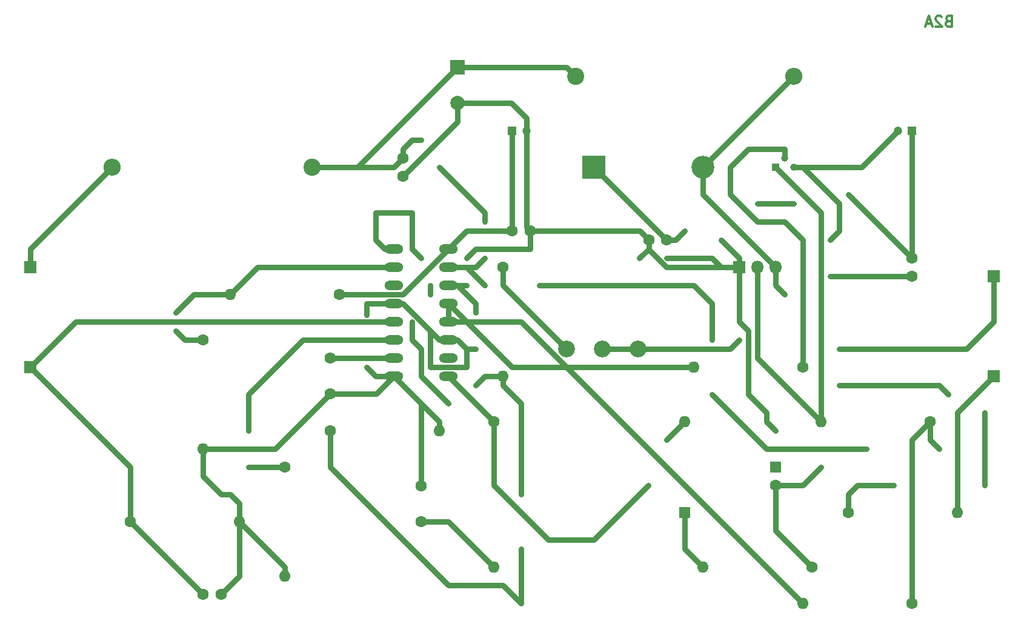
<source format=gbr>
G04 #@! TF.FileFunction,Copper,L2,Bot,Signal*
%FSLAX46Y46*%
G04 Gerber Fmt 4.6, Leading zero omitted, Abs format (unit mm)*
G04 Created by KiCad (PCBNEW 4.0.7) date 10/05/18 10:25:31*
%MOMM*%
%LPD*%
G01*
G04 APERTURE LIST*
%ADD10C,0.100000*%
%ADD11C,0.300000*%
%ADD12R,2.000000X2.000000*%
%ADD13C,2.000000*%
%ADD14C,1.600000*%
%ADD15R,1.200000X1.200000*%
%ADD16C,1.200000*%
%ADD17R,1.600000X1.600000*%
%ADD18R,1.700000X1.700000*%
%ADD19C,2.400000*%
%ADD20O,2.400000X2.400000*%
%ADD21O,2.641600X1.320800*%
%ADD22O,1.600000X1.600000*%
%ADD23C,2.340000*%
%ADD24R,3.200000X3.200000*%
%ADD25O,3.200000X3.200000*%
%ADD26C,1.000000*%
%ADD27R,1.000000X1.000000*%
%ADD28R,1.800000X1.800000*%
%ADD29O,1.800000X1.800000*%
%ADD30C,0.600000*%
%ADD31C,0.750000*%
G04 APERTURE END LIST*
D10*
D11*
X198099999Y-41802857D02*
X197885713Y-41874286D01*
X197814285Y-41945714D01*
X197742856Y-42088571D01*
X197742856Y-42302857D01*
X197814285Y-42445714D01*
X197885713Y-42517143D01*
X198028571Y-42588571D01*
X198599999Y-42588571D01*
X198599999Y-41088571D01*
X198099999Y-41088571D01*
X197957142Y-41160000D01*
X197885713Y-41231429D01*
X197814285Y-41374286D01*
X197814285Y-41517143D01*
X197885713Y-41660000D01*
X197957142Y-41731429D01*
X198099999Y-41802857D01*
X198599999Y-41802857D01*
X197171428Y-41231429D02*
X197099999Y-41160000D01*
X196957142Y-41088571D01*
X196599999Y-41088571D01*
X196457142Y-41160000D01*
X196385713Y-41231429D01*
X196314285Y-41374286D01*
X196314285Y-41517143D01*
X196385713Y-41731429D01*
X197242856Y-42588571D01*
X196314285Y-42588571D01*
X195742857Y-42160000D02*
X195028571Y-42160000D01*
X195885714Y-42588571D02*
X195385714Y-41088571D01*
X194885714Y-42588571D01*
D12*
X129540000Y-48260000D03*
D13*
X129540000Y-53260000D03*
D14*
X121920000Y-60960000D03*
X121920000Y-63460000D03*
D15*
X137160000Y-57150000D03*
D16*
X139160000Y-57150000D03*
D14*
X137160000Y-71120000D03*
X139660000Y-71120000D03*
X93980000Y-121920000D03*
X96480000Y-121920000D03*
X111760000Y-88900000D03*
X111760000Y-93900000D03*
X124460000Y-111760000D03*
X124460000Y-106760000D03*
D17*
X173990000Y-104140000D03*
D14*
X173990000Y-106640000D03*
X193040000Y-77470000D03*
X193040000Y-74970000D03*
D15*
X193040000Y-57150000D03*
D16*
X191040000Y-57150000D03*
D14*
X158750000Y-72390000D03*
X156250000Y-72390000D03*
D18*
X69850000Y-76200000D03*
X69850000Y-90170000D03*
D19*
X146050000Y-49530000D03*
D20*
X176530000Y-49530000D03*
D18*
X204470000Y-77470000D03*
X204470000Y-91440000D03*
D19*
X109220000Y-62230000D03*
D20*
X81280000Y-62230000D03*
D21*
X120650000Y-73660000D03*
X120650000Y-76200000D03*
X120650000Y-88900000D03*
X120650000Y-91440000D03*
X120650000Y-78740000D03*
X120650000Y-81280000D03*
X120650000Y-86360000D03*
X120650000Y-83820000D03*
X128270000Y-91440000D03*
X128270000Y-88900000D03*
X128270000Y-86360000D03*
X128270000Y-83820000D03*
X128270000Y-81280000D03*
X128270000Y-78740000D03*
X128270000Y-76200000D03*
X128270000Y-73660000D03*
D14*
X113030000Y-80010000D03*
D22*
X97790000Y-80010000D03*
D14*
X93980000Y-86360000D03*
D22*
X93980000Y-101600000D03*
D14*
X111760000Y-99060000D03*
D22*
X127000000Y-99060000D03*
D23*
X154780000Y-87630000D03*
X149780000Y-87630000D03*
X144780000Y-87630000D03*
D14*
X135890000Y-76200000D03*
D22*
X135890000Y-91440000D03*
D14*
X83820000Y-111760000D03*
D22*
X99060000Y-111760000D03*
D14*
X105410000Y-104140000D03*
D22*
X105410000Y-119380000D03*
D14*
X134620000Y-97790000D03*
D22*
X134620000Y-118110000D03*
D14*
X179070000Y-118110000D03*
D22*
X163830000Y-118110000D03*
D14*
X193040000Y-123190000D03*
D22*
X177800000Y-123190000D03*
D14*
X177800000Y-90170000D03*
D22*
X162560000Y-90170000D03*
D14*
X184150000Y-110490000D03*
D22*
X199390000Y-110490000D03*
D14*
X195580000Y-97790000D03*
D22*
X180340000Y-97790000D03*
D17*
X161290000Y-110490000D03*
D22*
X161290000Y-97790000D03*
D24*
X148590000Y-62230000D03*
D25*
X163830000Y-62230000D03*
D26*
X175260000Y-60960000D03*
X176530000Y-62230000D03*
D27*
X173990000Y-62230000D03*
D28*
X168910000Y-76200000D03*
D29*
X171450000Y-76200000D03*
X173990000Y-76200000D03*
D30*
X133350000Y-74930000D03*
X133350000Y-69850000D03*
X127000000Y-62230000D03*
X124460000Y-58420000D03*
X133350000Y-78740000D03*
X140970000Y-78740000D03*
X165100000Y-86360000D03*
X165100000Y-93980000D03*
X186690000Y-101600000D03*
X196850000Y-101600000D03*
X116840000Y-90170000D03*
X116840000Y-82869998D03*
X132080000Y-87630000D03*
X132080000Y-82550000D03*
X180340000Y-104140000D03*
X173990000Y-99060000D03*
X154940000Y-74930000D03*
X158750000Y-74930000D03*
X130810000Y-78740000D03*
X130810000Y-74930000D03*
X166370000Y-72390000D03*
X181610000Y-72390000D03*
X175260000Y-80010000D03*
X181610000Y-77470000D03*
X161290000Y-71120000D03*
X171450000Y-67310000D03*
X176530000Y-67310000D03*
X184150000Y-66040000D03*
X168910000Y-86360000D03*
X182880000Y-87630000D03*
X124460000Y-74930000D03*
X125730000Y-78740000D03*
X125730000Y-80010000D03*
X123190000Y-83820000D03*
X128270000Y-95250000D03*
X132080000Y-92710000D03*
X138430000Y-115570000D03*
X138430000Y-107950000D03*
X90170000Y-82550000D03*
X90170000Y-85090000D03*
X100330000Y-104140000D03*
X100330000Y-99060000D03*
X158750000Y-100330000D03*
X156210000Y-106680000D03*
X182880000Y-92710000D03*
X198120000Y-93980000D03*
X203200000Y-96520000D03*
X203200000Y-106680000D03*
X190500000Y-106680000D03*
D31*
X121920000Y-60960000D02*
X121920000Y-59690000D01*
X132080000Y-76200000D02*
X128270000Y-76200000D01*
X133350000Y-74930000D02*
X132080000Y-76200000D01*
X133350000Y-68580000D02*
X133350000Y-69850000D01*
X127000000Y-62230000D02*
X133350000Y-68580000D01*
X123190000Y-58420000D02*
X124460000Y-58420000D01*
X121920000Y-59690000D02*
X123190000Y-58420000D01*
X128270000Y-76200000D02*
X130810000Y-76200000D01*
X130810000Y-76200000D02*
X133350000Y-78740000D01*
X140970000Y-78740000D02*
X162560000Y-78740000D01*
X162560000Y-78740000D02*
X165100000Y-81280000D01*
X165100000Y-81280000D02*
X165100000Y-86360000D01*
X165100000Y-93980000D02*
X172720000Y-101600000D01*
X172720000Y-101600000D02*
X186690000Y-101600000D01*
X196850000Y-101600000D02*
X195580000Y-100330000D01*
X195580000Y-100330000D02*
X195580000Y-97790000D01*
X193040000Y-123190000D02*
X193040000Y-100330000D01*
X193040000Y-100330000D02*
X195580000Y-97790000D01*
X129540000Y-48260000D02*
X144780000Y-48260000D01*
X144780000Y-48260000D02*
X146050000Y-49530000D01*
X109220000Y-62230000D02*
X120650000Y-62230000D01*
X120650000Y-62230000D02*
X121920000Y-60960000D01*
X109220000Y-62230000D02*
X115570000Y-62230000D01*
X115570000Y-62230000D02*
X129540000Y-48260000D01*
X120650000Y-81280000D02*
X116840000Y-81280000D01*
X118110000Y-91440000D02*
X120650000Y-91440000D01*
X116840000Y-90170000D02*
X118110000Y-91440000D01*
X116840000Y-81280000D02*
X116840000Y-82869998D01*
X128270000Y-78740000D02*
X129540000Y-78740000D01*
X129540000Y-78740000D02*
X132080000Y-81280000D01*
X132080000Y-87630000D02*
X130810000Y-87630000D01*
X132080000Y-81280000D02*
X132080000Y-82550000D01*
X128270000Y-86360000D02*
X127000000Y-86360000D01*
X127000000Y-86360000D02*
X125730000Y-85090000D01*
X120650000Y-81280000D02*
X121920000Y-81280000D01*
X121920000Y-81280000D02*
X125730000Y-85090000D01*
X125730000Y-85090000D02*
X125730000Y-90170000D01*
X125730000Y-90170000D02*
X130810000Y-90170000D01*
X130810000Y-90170000D02*
X130810000Y-87630000D01*
X130810000Y-87630000D02*
X129540000Y-86360000D01*
X129540000Y-86360000D02*
X128270000Y-86360000D01*
X168910000Y-76200000D02*
X168910000Y-83820000D01*
X177800000Y-106680000D02*
X174030000Y-106680000D01*
X180340000Y-104140000D02*
X177800000Y-106680000D01*
X172720000Y-97790000D02*
X173990000Y-99060000D01*
X172720000Y-96520000D02*
X172720000Y-97790000D01*
X170180000Y-93980000D02*
X172720000Y-96520000D01*
X170180000Y-85090000D02*
X170180000Y-93980000D01*
X168910000Y-83820000D02*
X170180000Y-85090000D01*
X174030000Y-106680000D02*
X173990000Y-106640000D01*
X168910000Y-76200000D02*
X166370000Y-76200000D01*
X156250000Y-73620000D02*
X156250000Y-72390000D01*
X154940000Y-74930000D02*
X156250000Y-73620000D01*
X165100000Y-74930000D02*
X158750000Y-74930000D01*
X166370000Y-76200000D02*
X165100000Y-74930000D01*
X139660000Y-71120000D02*
X139660000Y-73620000D01*
X130810000Y-78740000D02*
X128270000Y-78740000D01*
X132080000Y-73660000D02*
X130810000Y-74930000D01*
X139620000Y-73660000D02*
X132080000Y-73660000D01*
X139660000Y-73620000D02*
X139620000Y-73660000D01*
X139660000Y-71120000D02*
X154980000Y-71120000D01*
X154980000Y-71120000D02*
X156250000Y-72390000D01*
X176530000Y-62230000D02*
X177800000Y-62230000D01*
X168910000Y-74930000D02*
X168910000Y-76200000D01*
X166370000Y-72390000D02*
X168910000Y-74930000D01*
X182880000Y-71120000D02*
X181610000Y-72390000D01*
X182880000Y-67310000D02*
X182880000Y-71120000D01*
X177800000Y-62230000D02*
X182880000Y-67310000D01*
X93980000Y-101600000D02*
X93980000Y-105410000D01*
X99060000Y-109220000D02*
X99060000Y-111760000D01*
X97790000Y-107950000D02*
X99060000Y-109220000D01*
X96520000Y-107950000D02*
X97790000Y-107950000D01*
X93980000Y-105410000D02*
X96520000Y-107950000D01*
X129540000Y-53260000D02*
X137080000Y-53260000D01*
X139160000Y-55340000D02*
X139160000Y-57150000D01*
X137080000Y-53260000D02*
X139160000Y-55340000D01*
X139160000Y-57150000D02*
X139160000Y-70620000D01*
X139160000Y-70620000D02*
X139660000Y-71120000D01*
X199390000Y-110490000D02*
X199390000Y-96520000D01*
X199390000Y-96520000D02*
X204470000Y-91440000D01*
X173990000Y-106640000D02*
X173990000Y-113030000D01*
X173990000Y-113030000D02*
X179070000Y-118110000D01*
X124460000Y-106760000D02*
X124460000Y-95250000D01*
X124460000Y-95250000D02*
X120650000Y-91440000D01*
X127000000Y-99060000D02*
X127000000Y-97790000D01*
X127000000Y-97790000D02*
X120650000Y-91440000D01*
X93980000Y-101600000D02*
X104060000Y-101600000D01*
X104060000Y-101600000D02*
X111760000Y-93900000D01*
X111760000Y-93900000D02*
X118190000Y-93900000D01*
X118190000Y-93900000D02*
X120650000Y-91440000D01*
X105410000Y-119380000D02*
X105410000Y-118110000D01*
X105410000Y-118110000D02*
X99060000Y-111760000D01*
X99060000Y-111760000D02*
X99060000Y-119340000D01*
X99060000Y-119340000D02*
X96480000Y-121920000D01*
X176530000Y-62230000D02*
X185960000Y-62230000D01*
X185960000Y-62230000D02*
X191040000Y-57150000D01*
X168910000Y-76200000D02*
X158750000Y-76200000D01*
X158750000Y-76200000D02*
X156210000Y-73660000D01*
X129540000Y-53260000D02*
X129540000Y-55840000D01*
X129540000Y-55840000D02*
X121920000Y-63460000D01*
X137160000Y-57150000D02*
X137160000Y-71120000D01*
X137160000Y-71120000D02*
X130810000Y-71120000D01*
X130810000Y-71120000D02*
X128270000Y-73660000D01*
X113030000Y-80010000D02*
X121920000Y-80010000D01*
X121920000Y-80010000D02*
X128270000Y-73660000D01*
X93980000Y-121920000D02*
X83820000Y-111760000D01*
X83820000Y-111760000D02*
X83820000Y-104140000D01*
X83820000Y-104140000D02*
X69850000Y-90170000D01*
X120650000Y-83820000D02*
X76200000Y-83820000D01*
X76200000Y-83820000D02*
X69850000Y-90170000D01*
X111760000Y-88900000D02*
X120650000Y-88900000D01*
X124460000Y-111760000D02*
X128270000Y-111760000D01*
X128270000Y-111760000D02*
X134620000Y-118110000D01*
X161290000Y-110490000D02*
X161290000Y-115570000D01*
X161290000Y-115570000D02*
X163830000Y-118110000D01*
X193040000Y-77470000D02*
X181610000Y-77470000D01*
X173990000Y-78740000D02*
X173990000Y-76200000D01*
X175260000Y-80010000D02*
X173990000Y-78740000D01*
X163830000Y-62230000D02*
X163830000Y-66040000D01*
X163830000Y-66040000D02*
X173990000Y-76200000D01*
X176530000Y-49530000D02*
X163830000Y-62230000D01*
X193040000Y-74970000D02*
X193040000Y-74930000D01*
X193040000Y-74930000D02*
X184150000Y-66040000D01*
X160020000Y-72390000D02*
X158750000Y-72390000D01*
X161290000Y-71120000D02*
X160020000Y-72390000D01*
X176530000Y-67310000D02*
X171450000Y-67310000D01*
X193040000Y-57150000D02*
X193040000Y-74970000D01*
X158750000Y-72390000D02*
X148590000Y-62230000D01*
X69850000Y-76200000D02*
X69850000Y-73660000D01*
X69850000Y-73660000D02*
X81280000Y-62230000D01*
X204470000Y-77470000D02*
X204470000Y-83820000D01*
X167640000Y-87630000D02*
X154780000Y-87630000D01*
X168910000Y-86360000D02*
X167640000Y-87630000D01*
X200660000Y-87630000D02*
X182880000Y-87630000D01*
X204470000Y-83820000D02*
X200660000Y-87630000D01*
X149780000Y-87630000D02*
X154780000Y-87630000D01*
X135890000Y-91440000D02*
X133350000Y-91440000D01*
X118110000Y-72390000D02*
X119380000Y-73660000D01*
X118110000Y-68580000D02*
X118110000Y-72390000D01*
X120650000Y-68580000D02*
X118110000Y-68580000D01*
X123190000Y-68580000D02*
X120650000Y-68580000D01*
X123190000Y-69850000D02*
X123190000Y-68580000D01*
X123190000Y-73660000D02*
X123190000Y-69850000D01*
X124460000Y-74930000D02*
X123190000Y-73660000D01*
X125730000Y-80010000D02*
X125730000Y-78740000D01*
X123190000Y-86360000D02*
X123190000Y-83820000D01*
X124460000Y-87630000D02*
X123190000Y-86360000D01*
X124460000Y-91440000D02*
X124460000Y-87630000D01*
X128270000Y-95250000D02*
X124460000Y-91440000D01*
X133350000Y-91440000D02*
X132080000Y-92710000D01*
X119380000Y-73660000D02*
X120650000Y-73660000D01*
X135890000Y-91440000D02*
X135890000Y-92710000D01*
X111760000Y-104140000D02*
X111760000Y-99060000D01*
X128270000Y-120650000D02*
X111760000Y-104140000D01*
X135890000Y-120650000D02*
X128270000Y-120650000D01*
X138430000Y-123190000D02*
X135890000Y-120650000D01*
X138430000Y-115570000D02*
X138430000Y-123190000D01*
X138430000Y-95250000D02*
X138430000Y-107950000D01*
X135890000Y-92710000D02*
X138430000Y-95250000D01*
X93980000Y-86360000D02*
X91440000Y-86360000D01*
X92710000Y-80010000D02*
X97790000Y-80010000D01*
X90170000Y-82550000D02*
X92710000Y-80010000D01*
X91440000Y-86360000D02*
X90170000Y-85090000D01*
X120650000Y-76200000D02*
X101600000Y-76200000D01*
X101600000Y-76200000D02*
X97790000Y-80010000D01*
X120650000Y-86360000D02*
X114300000Y-86360000D01*
X100330000Y-104140000D02*
X105410000Y-104140000D01*
X100330000Y-93980000D02*
X100330000Y-99060000D01*
X107950000Y-86360000D02*
X100330000Y-93980000D01*
X114300000Y-86360000D02*
X107950000Y-86360000D01*
X134620000Y-97790000D02*
X134620000Y-106680000D01*
X158750000Y-100330000D02*
X161290000Y-97790000D01*
X148590000Y-114300000D02*
X156210000Y-106680000D01*
X142240000Y-114300000D02*
X148590000Y-114300000D01*
X134620000Y-106680000D02*
X142240000Y-114300000D01*
X134620000Y-97790000D02*
X128270000Y-91440000D01*
X162560000Y-90170000D02*
X137160000Y-90170000D01*
X137160000Y-90170000D02*
X128270000Y-81280000D01*
X128270000Y-83820000D02*
X138430000Y-83820000D01*
X138430000Y-83820000D02*
X177800000Y-123190000D01*
X128270000Y-83820000D02*
X128270000Y-81280000D01*
X135890000Y-76200000D02*
X135890000Y-78740000D01*
X135890000Y-78740000D02*
X144780000Y-87630000D01*
X184150000Y-110490000D02*
X184150000Y-107950000D01*
X196850000Y-92710000D02*
X182880000Y-92710000D01*
X198120000Y-93980000D02*
X196850000Y-92710000D01*
X203200000Y-106680000D02*
X203200000Y-96520000D01*
X185420000Y-106680000D02*
X190500000Y-106680000D01*
X184150000Y-107950000D02*
X185420000Y-106680000D01*
X175260000Y-60960000D02*
X175260000Y-59690000D01*
X177800000Y-72390000D02*
X177800000Y-90170000D01*
X175260000Y-69850000D02*
X177800000Y-72390000D01*
X171450000Y-69850000D02*
X175260000Y-69850000D01*
X167640000Y-66040000D02*
X171450000Y-69850000D01*
X167640000Y-62230000D02*
X167640000Y-66040000D01*
X170180000Y-59690000D02*
X167640000Y-62230000D01*
X175260000Y-59690000D02*
X170180000Y-59690000D01*
X171450000Y-76200000D02*
X171450000Y-88900000D01*
X171450000Y-88900000D02*
X180340000Y-97790000D01*
X180340000Y-97790000D02*
X180340000Y-68580000D01*
X180340000Y-68580000D02*
X173990000Y-62230000D01*
M02*

</source>
